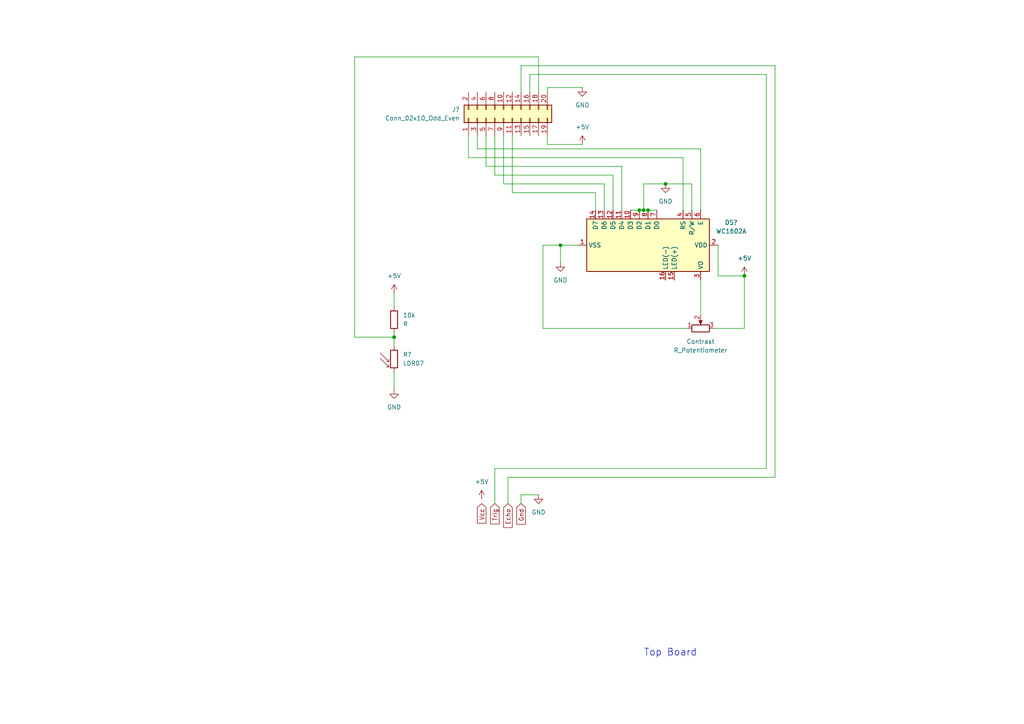
<source format=kicad_sch>
(kicad_sch (version 20211123) (generator eeschema)
  (paper "A4")
  (lib_symbols
    (symbol "Connector_Generic:Conn_02x10_Odd_Even" (pin_names (offset 1.016) hide)
      (property "Reference" "J" (at 1.27 12.7 0))
      (property "Value" "Conn_02x10_Odd_Even" (at 1.27 -15.24 0))
      (symbol "Conn_02x10_Odd_Even_1_1"
        (rectangle (start -1.27 -12.573) (end 0 -12.827) (stroke (width 0.1524)))
        (rectangle (start -1.27 -10.033) (end 0 -10.287) (stroke (width 0.1524)))
        (rectangle (start -1.27 -7.493) (end 0 -7.747) (stroke (width 0.1524)))
        (rectangle (start -1.27 -4.953) (end 0 -5.207) (stroke (width 0.1524)))
        (rectangle (start -1.27 -2.413) (end 0 -2.667) (stroke (width 0.1524)))
        (rectangle (start -1.27 0.127) (end 0 -0.127) (stroke (width 0.1524)))
        (rectangle (start -1.27 2.667) (end 0 2.413) (stroke (width 0.1524)))
        (rectangle (start -1.27 5.207) (end 0 4.953) (stroke (width 0.1524)))
        (rectangle (start -1.27 7.747) (end 0 7.493) (stroke (width 0.1524)))
        (rectangle (start -1.27 10.287) (end 0 10.033) (stroke (width 0.1524)))
        (rectangle (start -1.27 11.43) (end 3.81 -13.97) (stroke (width 0.254)) (fill (type background)))
        (rectangle (start 3.81 -12.573) (end 2.54 -12.827) (stroke (width 0.1524)))
        (rectangle (start 3.81 -10.033) (end 2.54 -10.287) (stroke (width 0.1524)))
        (rectangle (start 3.81 -7.493) (end 2.54 -7.747) (stroke (width 0.1524)))
        (rectangle (start 3.81 -4.953) (end 2.54 -5.207) (stroke (width 0.1524)))
        (rectangle (start 3.81 -2.413) (end 2.54 -2.667) (stroke (width 0.1524)))
        (rectangle (start 3.81 0.127) (end 2.54 -0.127) (stroke (width 0.1524)))
        (rectangle (start 3.81 2.667) (end 2.54 2.413) (stroke (width 0.1524)))
        (rectangle (start 3.81 5.207) (end 2.54 4.953) (stroke (width 0.1524)))
        (rectangle (start 3.81 7.747) (end 2.54 7.493) (stroke (width 0.1524)))
        (rectangle (start 3.81 10.287) (end 2.54 10.033) (stroke (width 0.1524)))
        (pin passive line (at -5.08 10.16 0) (length 3.81) (name "Pin_1") (number "1"))
        (pin passive line (at 7.62 0 180) (length 3.81) (name "Pin_10") (number "10"))
        (pin passive line (at -5.08 -2.54 0) (length 3.81) (name "Pin_11") (number "11"))
        (pin passive line (at 7.62 -2.54 180) (length 3.81) (name "Pin_12") (number "12"))
        (pin passive line (at -5.08 -5.08 0) (length 3.81) (name "Pin_13") (number "13"))
        (pin passive line (at 7.62 -5.08 180) (length 3.81) (name "Pin_14") (number "14"))
        (pin passive line (at -5.08 -7.62 0) (length 3.81) (name "Pin_15") (number "15"))
        (pin passive line (at 7.62 -7.62 180) (length 3.81) (name "Pin_16") (number "16"))
        (pin passive line (at -5.08 -10.16 0) (length 3.81) (name "Pin_17") (number "17"))
        (pin passive line (at 7.62 -10.16 180) (length 3.81) (name "Pin_18") (number "18"))
        (pin passive line (at -5.08 -12.7 0) (length 3.81) (name "Pin_19") (number "19"))
        (pin passive line (at 7.62 10.16 180) (length 3.81) (name "Pin_2") (number "2"))
        (pin passive line (at 7.62 -12.7 180) (length 3.81) (name "Pin_20") (number "20"))
        (pin passive line (at -5.08 7.62 0) (length 3.81) (name "Pin_3") (number "3"))
        (pin passive line (at 7.62 7.62 180) (length 3.81) (name "Pin_4") (number "4"))
        (pin passive line (at -5.08 5.08 0) (length 3.81) (name "Pin_5") (number "5"))
        (pin passive line (at 7.62 5.08 180) (length 3.81) (name "Pin_6") (number "6"))
        (pin passive line (at -5.08 2.54 0) (length 3.81) (name "Pin_7") (number "7"))
        (pin passive line (at 7.62 2.54 180) (length 3.81) (name "Pin_8") (number "8"))
        (pin passive line (at -5.08 0 0) (length 3.81) (name "Pin_9") (number "9"))
      )
    )
    (symbol "Device:R" (pin_numbers hide) (pin_names (offset 0))
      (property "Reference" "R" (at 2.032 0 90))
      (property "Value" "R" (at 0 0 90))
      (symbol "R_0_1"
        (rectangle (start -1.016 -2.54) (end 1.016 2.54) (stroke (width 0.254)))
      )
      (symbol "R_1_1"
        (pin passive line (at 0 3.81 270) (length 1.27) (name "~") (number "1"))
        (pin passive line (at 0 -3.81 90) (length 1.27) (name "~") (number "2"))
      )
    )
    (symbol "Device:R_Potentiometer" (pin_names (offset 1.016) hide)
      (property "Reference" "RV" (at -4.445 0 90))
      (property "Value" "R_Potentiometer" (at -2.54 0 90))
      (symbol "R_Potentiometer_0_1"
        (polyline (pts (xy 2.54 0) (xy 1.524 0)))
        (polyline (pts (xy 1.143 0) (xy 2.286 0.508) (xy 2.286 -0.508) (xy 1.143 0)) (fill (type outline)))
        (rectangle (start 1.016 2.54) (end -1.016 -2.54) (stroke (width 0.254)))
      )
      (symbol "R_Potentiometer_1_1"
        (pin passive line (at 0 3.81 270) (length 1.27) (name "1") (number "1"))
        (pin passive line (at 3.81 0 180) (length 1.27) (name "2") (number "2"))
        (pin passive line (at 0 -3.81 90) (length 1.27) (name "3") (number "3"))
      )
    )
    (symbol "Display_Character:WC1602A"
      (property "Reference" "DS" (at -5.842 19.05 0))
      (property "Value" "WC1602A" (at 5.334 19.05 0))
      (symbol "WC1602A_1_1"
        (rectangle (start -7.62 17.78) (end 7.62 -17.78) (stroke (width 0.254)) (fill (type background)))
        (pin power_in line (at 0 -20.32 90) (length 2.54) (name "VSS") (number "1"))
        (pin input line (at -10.16 -5.08 0) (length 2.54) (name "D3") (number "10"))
        (pin input line (at -10.16 -7.62 0) (length 2.54) (name "D4") (number "11"))
        (pin input line (at -10.16 -10.16 0) (length 2.54) (name "D5") (number "12"))
        (pin input line (at -10.16 -12.7 0) (length 2.54) (name "D6") (number "13"))
        (pin input line (at -10.16 -15.24 0) (length 2.54) (name "D7") (number "14"))
        (pin power_in line (at 10.16 7.62 180) (length 2.54) (name "LED(+)") (number "15"))
        (pin power_in line (at 10.16 5.08 180) (length 2.54) (name "LED(-)") (number "16"))
        (pin power_in line (at 0 20.32 270) (length 2.54) (name "VDD") (number "2"))
        (pin input line (at 10.16 15.24 180) (length 2.54) (name "VO") (number "3"))
        (pin input line (at -10.16 10.16 0) (length 2.54) (name "RS") (number "4"))
        (pin input line (at -10.16 12.7 0) (length 2.54) (name "R/W") (number "5"))
        (pin input line (at -10.16 15.24 0) (length 2.54) (name "E") (number "6"))
        (pin input line (at -10.16 2.54 0) (length 2.54) (name "D0") (number "7"))
        (pin input line (at -10.16 0 0) (length 2.54) (name "D1") (number "8"))
        (pin input line (at -10.16 -2.54 0) (length 2.54) (name "D2") (number "9"))
      )
    )
    (symbol "Sensor_Optical:LDR07" (pin_numbers hide) (pin_names (offset 0))
      (property "Reference" "R" (at -5.08 0 90))
      (property "Value" "LDR07" (at 1.905 0 90))
      (symbol "LDR07_0_1"
        (rectangle (start -1.016 2.54) (end 1.016 -2.54) (stroke (width 0.254)))
        (polyline (pts (xy -1.524 -2.286) (xy -4.064 0.254)))
        (polyline (pts (xy -1.524 -2.286) (xy -2.286 -2.286)))
        (polyline (pts (xy -1.524 -2.286) (xy -1.524 -1.524)))
        (polyline (pts (xy -1.524 -0.762) (xy -4.064 1.778)))
        (polyline (pts (xy -1.524 -0.762) (xy -2.286 -0.762)))
        (polyline (pts (xy -1.524 -0.762) (xy -1.524 0)))
      )
      (symbol "LDR07_1_1"
        (pin passive line (at 0 3.81 270) (length 1.27) (name "~") (number "1"))
        (pin passive line (at 0 -3.81 90) (length 1.27) (name "~") (number "2"))
      )
    )
    (symbol "power:+5V" (power) (pin_names (offset 0))
      (property "Value" "+5V" (at 0 3.556 0))
      (symbol "+5V_0_1"
        (polyline (pts (xy -0.762 1.27) (xy 0 2.54)))
        (polyline (pts (xy 0 0) (xy 0 2.54)))
        (polyline (pts (xy 0 2.54) (xy 0.762 1.27)))
      )
      (symbol "+5V_1_1"
        (pin power_in line (at 0 0 90) (length 0) hide (name "+5V") (number "1"))
      )
    )
    (symbol "power:GND" (power) (pin_names (offset 0))
      (property "Value" "GND" (at 0 -3.81 0))
      (symbol "GND_0_1"
        (polyline (pts (xy 0 0) (xy 0 -1.27) (xy 1.27 -1.27) (xy 0 -2.54) (xy -1.27 -1.27) (xy 0 -1.27)))
      )
      (symbol "GND_1_1"
        (pin power_in line (at 0 0 270) (length 0) hide (name "GND") (number "1"))
      )
    )
  )
  (junction (at 215.9 80.01))
  (junction (at 186.69 60.96))
  (junction (at 114.3 97.79))
  (junction (at 185.42 60.96))
  (junction (at 162.56 71.12))
  (junction (at 187.96 60.96))
  (junction (at 193.04 53.34))
  (wire (pts (xy 138.43 43.18) (xy 203.2 43.18)))
  (wire (pts (xy 215.9 80.01) (xy 208.28 80.01)))
  (wire (pts (xy 114.3 107.95) (xy 114.3 113.03)))
  (wire (pts (xy 114.3 97.79) (xy 114.3 100.33)))
  (wire (pts (xy 151.13 26.67) (xy 151.13 19.05)))
  (wire (pts (xy 143.51 50.8) (xy 177.8 50.8)))
  (wire (pts (xy 157.48 95.25) (xy 157.48 71.12)))
  (wire (pts (xy 114.3 96.52) (xy 114.3 97.79)))
  (wire (pts (xy 198.12 45.72) (xy 198.12 60.96)))
  (wire (pts (xy 147.32 138.43) (xy 147.32 146.05)))
  (wire (pts (xy 200.66 53.34) (xy 200.66 60.96)))
  (wire (pts (xy 158.75 25.4) (xy 168.91 25.4)))
  (wire (pts (xy 114.3 85.09) (xy 114.3 88.9)))
  (wire (pts (xy 222.25 135.89) (xy 143.51 135.89)))
  (wire (pts (xy 148.59 55.88) (xy 172.72 55.88)))
  (wire (pts (xy 138.43 39.37) (xy 138.43 43.18)))
  (wire (pts (xy 172.72 55.88) (xy 172.72 60.96)))
  (wire (pts (xy 180.34 48.26) (xy 180.34 60.96)))
  (wire (pts (xy 162.56 71.12) (xy 162.56 76.2)))
  (wire (pts (xy 135.89 45.72) (xy 198.12 45.72)))
  (wire (pts (xy 224.79 19.05) (xy 224.79 138.43)))
  (wire (pts (xy 158.75 41.91) (xy 158.75 39.37)))
  (wire (pts (xy 215.9 95.25) (xy 215.9 80.01)))
  (wire (pts (xy 158.75 26.67) (xy 158.75 25.4)))
  (wire (pts (xy 114.3 97.79) (xy 102.87 97.79)))
  (wire (pts (xy 151.13 19.05) (xy 224.79 19.05)))
  (wire (pts (xy 148.59 39.37) (xy 148.59 55.88)))
  (wire (pts (xy 207.01 95.25) (xy 215.9 95.25)))
  (wire (pts (xy 185.42 60.96) (xy 186.69 60.96)))
  (wire (pts (xy 102.87 16.51) (xy 156.21 16.51)))
  (wire (pts (xy 175.26 53.34) (xy 146.05 53.34)))
  (wire (pts (xy 135.89 39.37) (xy 135.89 45.72)))
  (wire (pts (xy 143.51 39.37) (xy 143.51 50.8)))
  (wire (pts (xy 102.87 16.51) (xy 102.87 97.79)))
  (wire (pts (xy 151.13 143.51) (xy 156.21 143.51)))
  (wire (pts (xy 153.67 21.59) (xy 222.25 21.59)))
  (wire (pts (xy 156.21 16.51) (xy 156.21 26.67)))
  (wire (pts (xy 199.39 95.25) (xy 157.48 95.25)))
  (wire (pts (xy 186.69 60.96) (xy 186.69 53.34)))
  (wire (pts (xy 224.79 138.43) (xy 147.32 138.43)))
  (wire (pts (xy 208.28 80.01) (xy 208.28 71.12)))
  (wire (pts (xy 177.8 50.8) (xy 177.8 60.96)))
  (wire (pts (xy 167.64 71.12) (xy 162.56 71.12)))
  (wire (pts (xy 143.51 135.89) (xy 143.51 146.05)))
  (wire (pts (xy 140.97 39.37) (xy 140.97 48.26)))
  (wire (pts (xy 140.97 48.26) (xy 180.34 48.26)))
  (wire (pts (xy 193.04 53.34) (xy 200.66 53.34)))
  (wire (pts (xy 157.48 71.12) (xy 162.56 71.12)))
  (wire (pts (xy 182.88 60.96) (xy 185.42 60.96)))
  (wire (pts (xy 146.05 39.37) (xy 146.05 53.34)))
  (wire (pts (xy 222.25 21.59) (xy 222.25 135.89)))
  (wire (pts (xy 153.67 26.67) (xy 153.67 21.59)))
  (wire (pts (xy 186.69 53.34) (xy 193.04 53.34)))
  (wire (pts (xy 151.13 146.05) (xy 151.13 143.51)))
  (wire (pts (xy 203.2 43.18) (xy 203.2 60.96)))
  (wire (pts (xy 175.26 60.96) (xy 175.26 53.34)))
  (wire (pts (xy 186.69 60.96) (xy 187.96 60.96)))
  (wire (pts (xy 203.2 81.28) (xy 203.2 91.44)))
  (wire (pts (xy 187.96 60.96) (xy 190.5 60.96)))
  (wire (pts (xy 168.91 41.91) (xy 158.75 41.91)))
  (text "Top Board" (at 186.69 190.5 0) (effects (font (size 2 2)) (justify left bottom)))
  (global_label "Vcc" (shape input) (at 139.7 146.05 270) (property "Intersheet References" "${INTERSHEET_REFS}" (effects hide)))
  (global_label "Echo" (shape input) (at 147.32 146.05 270) (property "Intersheet References" "${INTERSHEET_REFS}" (effects hide)))
  (global_label "Trig" (shape input) (at 143.51 146.05 270) (property "Intersheet References" "${INTERSHEET_REFS}" (effects hide)))
  (global_label "Gnd" (shape input) (at 151.13 146.05 270) (property "Intersheet References" "${INTERSHEET_REFS}" (effects hide)))
  (symbol (lib_id "Device:R") (at 114.3 92.71 0) (unit 1)
    (property "Reference" "10k" (at 116.84 91.4399 0) (effects (justify left)))
    (property "Value" "R" (at 116.84 93.9799 0) (effects (justify left)))
  )
  (symbol (lib_id "power:+5V") (at 215.9 80.01 0) (unit 1)
    (property "Reference" "#PWR?" (effects hide))
    (property "Value" "+5V" (at 215.9 74.93 0))
  )
  (symbol (lib_id "Sensor_Optical:LDR07") (at 114.3 104.14 0) (unit 1)
    (property "Reference" "R?" (at 116.84 102.8699 0) (effects (justify left)))
    (property "Value" "LDR07" (at 116.84 105.4099 0) (effects (justify left)))
    (property "Footprint" "OptoDevice:R_LDR_5.1x4.3mm_P3.4mm_Vertical" (effects hide))
    (property "Datasheet" "http://www.tme.eu/de/Document/f2e3ad76a925811312d226c31da4cd7e/LDR07.pdf" (effects hide))
  )
  (symbol (lib_id "power:GND") (at 114.3 113.03 0) (unit 1)
    (property "Reference" "#PWR?" (effects hide))
    (property "Value" "GND" (at 114.3 118.11 0))
  )
  (symbol (lib_id "power:GND") (at 162.56 76.2 0) (unit 1)
    (property "Reference" "#PWR?" (effects hide))
    (property "Value" "GND" (at 162.56 81.28 0))
  )
  (symbol (lib_id "power:GND") (at 156.21 143.51 0) (unit 1)
    (property "Reference" "#PWR?" (effects hide))
    (property "Value" "GND" (at 156.21 148.59 0))
  )
  (symbol (lib_id "Display_Character:WC1602A") (at 187.96 71.12 270) (unit 1)
    (property "Reference" "DS?" (at 212.09 64.5412 90))
    (property "Value" "WC1602A" (at 212.09 67.0812 90))
    (property "Footprint" "Display:WC1602A" (effects hide))
    (property "Datasheet" "http://www.wincomlcd.com/pdf/WC1602A-SFYLYHTC06.pdf" (effects hide))
  )
  (symbol (lib_id "power:GND") (at 168.91 25.4 0) (unit 1)
    (property "Reference" "#PWR?" (effects hide))
    (property "Value" "GND" (at 168.91 30.48 0))
  )
  (symbol (lib_id "Connector_Generic:Conn_02x10_Odd_Even") (at 146.05 34.29 90) (unit 1)
    (property "Reference" "J?" (at 133.35 31.7499 90) (effects (justify left)))
    (property "Value" "Conn_02x10_Odd_Even" (at 133.35 34.2899 90) (effects (justify left)))
  )
  (symbol (lib_id "power:+5V") (at 168.91 41.91 0) (unit 1)
    (property "Reference" "#PWR?" (effects hide))
    (property "Value" "+5V" (at 168.91 36.83 0))
  )
  (symbol (lib_id "power:+5V") (at 114.3 85.09 0) (unit 1)
    (property "Reference" "#PWR?" (effects hide))
    (property "Value" "+5V" (at 114.3 80.01 0))
  )
  (symbol (lib_id "Device:R_Potentiometer") (at 203.2 95.25 90) (unit 1)
    (property "Reference" "Contrast" (at 203.2 99.06 90))
    (property "Value" "R_Potentiometer" (at 203.2 101.6 90))
  )
  (symbol (lib_id "power:+5V") (at 139.7 144.78 0) (unit 1)
    (property "Reference" "#PWR?" (effects hide))
    (property "Value" "+5V" (at 139.7 139.7 0))
  )
  (symbol (lib_id "power:GND") (at 193.04 53.34 0) (unit 1)
    (property "Reference" "#PWR?" (effects hide))
    (property "Value" "GND" (at 193.04 58.42 0))
  )
)
</source>
